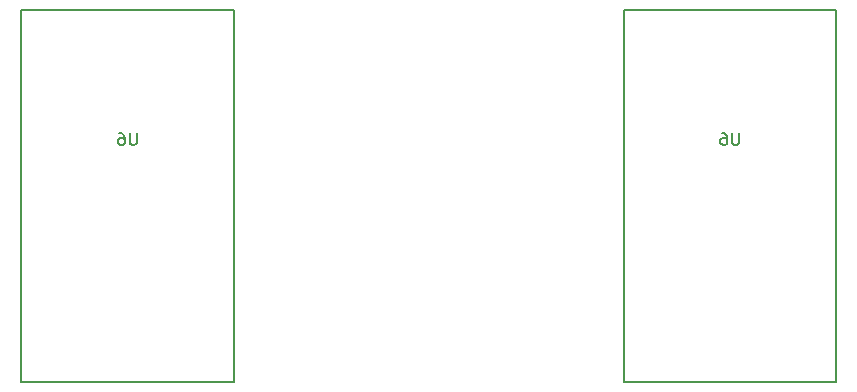
<source format=gbr>
G04 #@! TF.GenerationSoftware,KiCad,Pcbnew,5.0.2+dfsg1-1*
G04 #@! TF.CreationDate,2020-08-23T11:53:46+02:00*
G04 #@! TF.ProjectId,badge,62616467-652e-46b6-9963-61645f706362,rev?*
G04 #@! TF.SameCoordinates,Original*
G04 #@! TF.FileFunction,Legend,Bot*
G04 #@! TF.FilePolarity,Positive*
%FSLAX46Y46*%
G04 Gerber Fmt 4.6, Leading zero omitted, Abs format (unit mm)*
G04 Created by KiCad (PCBNEW 5.0.2+dfsg1-1) date Sun 23 Aug 2020 11:53:46 AM CEST*
%MOMM*%
%LPD*%
G01*
G04 APERTURE LIST*
%ADD10C,0.150000*%
G04 APERTURE END LIST*
D10*
G04 #@! TO.C,U6*
X105945000Y-132080000D02*
X105945000Y-163580000D01*
X123945000Y-132080000D02*
X105945000Y-132080000D01*
X123945000Y-163580000D02*
X123945000Y-132080000D01*
X105945000Y-163580000D02*
X123945000Y-163580000D01*
X156945000Y-163580000D02*
X174945000Y-163580000D01*
X174945000Y-163580000D02*
X174945000Y-132080000D01*
X174945000Y-132080000D02*
X156945000Y-132080000D01*
X156945000Y-132080000D02*
X156945000Y-163580000D01*
X115706904Y-142532380D02*
X115706904Y-143341904D01*
X115659285Y-143437142D01*
X115611666Y-143484761D01*
X115516428Y-143532380D01*
X115325952Y-143532380D01*
X115230714Y-143484761D01*
X115183095Y-143437142D01*
X115135476Y-143341904D01*
X115135476Y-142532380D01*
X114230714Y-142532380D02*
X114421190Y-142532380D01*
X114516428Y-142580000D01*
X114564047Y-142627619D01*
X114659285Y-142770476D01*
X114706904Y-142960952D01*
X114706904Y-143341904D01*
X114659285Y-143437142D01*
X114611666Y-143484761D01*
X114516428Y-143532380D01*
X114325952Y-143532380D01*
X114230714Y-143484761D01*
X114183095Y-143437142D01*
X114135476Y-143341904D01*
X114135476Y-143103809D01*
X114183095Y-143008571D01*
X114230714Y-142960952D01*
X114325952Y-142913333D01*
X114516428Y-142913333D01*
X114611666Y-142960952D01*
X114659285Y-143008571D01*
X114706904Y-143103809D01*
X166706904Y-142532380D02*
X166706904Y-143341904D01*
X166659285Y-143437142D01*
X166611666Y-143484761D01*
X166516428Y-143532380D01*
X166325952Y-143532380D01*
X166230714Y-143484761D01*
X166183095Y-143437142D01*
X166135476Y-143341904D01*
X166135476Y-142532380D01*
X165230714Y-142532380D02*
X165421190Y-142532380D01*
X165516428Y-142580000D01*
X165564047Y-142627619D01*
X165659285Y-142770476D01*
X165706904Y-142960952D01*
X165706904Y-143341904D01*
X165659285Y-143437142D01*
X165611666Y-143484761D01*
X165516428Y-143532380D01*
X165325952Y-143532380D01*
X165230714Y-143484761D01*
X165183095Y-143437142D01*
X165135476Y-143341904D01*
X165135476Y-143103809D01*
X165183095Y-143008571D01*
X165230714Y-142960952D01*
X165325952Y-142913333D01*
X165516428Y-142913333D01*
X165611666Y-142960952D01*
X165659285Y-143008571D01*
X165706904Y-143103809D01*
G04 #@! TD*
M02*

</source>
